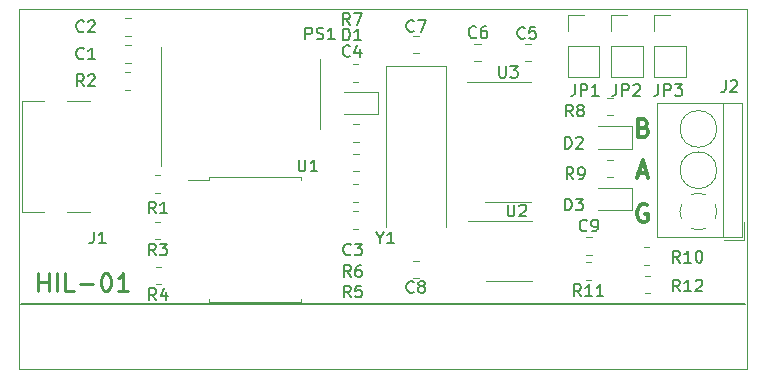
<source format=gbr>
%TF.GenerationSoftware,KiCad,Pcbnew,6.0.11-2627ca5db0~126~ubuntu20.04.1*%
%TF.CreationDate,2024-02-25T19:04:41-05:00*%
%TF.ProjectId,hil01,68696c30-312e-46b6-9963-61645f706362,rev?*%
%TF.SameCoordinates,Original*%
%TF.FileFunction,Legend,Top*%
%TF.FilePolarity,Positive*%
%FSLAX46Y46*%
G04 Gerber Fmt 4.6, Leading zero omitted, Abs format (unit mm)*
G04 Created by KiCad (PCBNEW 6.0.11-2627ca5db0~126~ubuntu20.04.1) date 2024-02-25 19:04:41*
%MOMM*%
%LPD*%
G01*
G04 APERTURE LIST*
%ADD10C,0.150000*%
%TA.AperFunction,Profile*%
%ADD11C,0.100000*%
%TD*%
%ADD12C,0.300000*%
%ADD13C,0.250000*%
%ADD14C,0.120000*%
G04 APERTURE END LIST*
D10*
X100150000Y-125000000D02*
X161480000Y-125000000D01*
D11*
X100000000Y-130500000D02*
X161680000Y-130500000D01*
X100000000Y-100000000D02*
X100000000Y-130500000D01*
X161680000Y-130500000D02*
X161680000Y-100000000D01*
X100000000Y-100000000D02*
X161680000Y-100000000D01*
D12*
X152449257Y-113838800D02*
X153163542Y-113838800D01*
X152306400Y-114267371D02*
X152806400Y-112767371D01*
X153306400Y-114267371D01*
D13*
X101660000Y-123868571D02*
X101660000Y-122368571D01*
X101660000Y-123082857D02*
X102517142Y-123082857D01*
X102517142Y-123868571D02*
X102517142Y-122368571D01*
X103231428Y-123868571D02*
X103231428Y-122368571D01*
X104660000Y-123868571D02*
X103945714Y-123868571D01*
X103945714Y-122368571D01*
X105160000Y-123297142D02*
X106302857Y-123297142D01*
X107302857Y-122368571D02*
X107445714Y-122368571D01*
X107588571Y-122440000D01*
X107660000Y-122511428D01*
X107731428Y-122654285D01*
X107802857Y-122940000D01*
X107802857Y-123297142D01*
X107731428Y-123582857D01*
X107660000Y-123725714D01*
X107588571Y-123797142D01*
X107445714Y-123868571D01*
X107302857Y-123868571D01*
X107160000Y-123797142D01*
X107088571Y-123725714D01*
X107017142Y-123582857D01*
X106945714Y-123297142D01*
X106945714Y-122940000D01*
X107017142Y-122654285D01*
X107088571Y-122511428D01*
X107160000Y-122440000D01*
X107302857Y-122368571D01*
X109231428Y-123868571D02*
X108374285Y-123868571D01*
X108802857Y-123868571D02*
X108802857Y-122368571D01*
X108660000Y-122582857D01*
X108517142Y-122725714D01*
X108374285Y-122797142D01*
D12*
X152913542Y-110027257D02*
X153127828Y-110098685D01*
X153199257Y-110170114D01*
X153270685Y-110312971D01*
X153270685Y-110527257D01*
X153199257Y-110670114D01*
X153127828Y-110741542D01*
X152984971Y-110812971D01*
X152413542Y-110812971D01*
X152413542Y-109312971D01*
X152913542Y-109312971D01*
X153056400Y-109384400D01*
X153127828Y-109455828D01*
X153199257Y-109598685D01*
X153199257Y-109741542D01*
X153127828Y-109884400D01*
X153056400Y-109955828D01*
X152913542Y-110027257D01*
X152413542Y-110027257D01*
X153199257Y-116598000D02*
X153056400Y-116526571D01*
X152842114Y-116526571D01*
X152627828Y-116598000D01*
X152484971Y-116740857D01*
X152413542Y-116883714D01*
X152342114Y-117169428D01*
X152342114Y-117383714D01*
X152413542Y-117669428D01*
X152484971Y-117812285D01*
X152627828Y-117955142D01*
X152842114Y-118026571D01*
X152984971Y-118026571D01*
X153199257Y-117955142D01*
X153270685Y-117883714D01*
X153270685Y-117383714D01*
X152984971Y-117383714D01*
D10*
%TO.C,R6*%
X128103333Y-122680380D02*
X127770000Y-122204190D01*
X127531904Y-122680380D02*
X127531904Y-121680380D01*
X127912857Y-121680380D01*
X128008095Y-121728000D01*
X128055714Y-121775619D01*
X128103333Y-121870857D01*
X128103333Y-122013714D01*
X128055714Y-122108952D01*
X128008095Y-122156571D01*
X127912857Y-122204190D01*
X127531904Y-122204190D01*
X128960476Y-121680380D02*
X128770000Y-121680380D01*
X128674761Y-121728000D01*
X128627142Y-121775619D01*
X128531904Y-121918476D01*
X128484285Y-122108952D01*
X128484285Y-122489904D01*
X128531904Y-122585142D01*
X128579523Y-122632761D01*
X128674761Y-122680380D01*
X128865238Y-122680380D01*
X128960476Y-122632761D01*
X129008095Y-122585142D01*
X129055714Y-122489904D01*
X129055714Y-122251809D01*
X129008095Y-122156571D01*
X128960476Y-122108952D01*
X128865238Y-122061333D01*
X128674761Y-122061333D01*
X128579523Y-122108952D01*
X128531904Y-122156571D01*
X128484285Y-122251809D01*
%TO.C,R7*%
X128033333Y-101352380D02*
X127700000Y-100876190D01*
X127461904Y-101352380D02*
X127461904Y-100352380D01*
X127842857Y-100352380D01*
X127938095Y-100400000D01*
X127985714Y-100447619D01*
X128033333Y-100542857D01*
X128033333Y-100685714D01*
X127985714Y-100780952D01*
X127938095Y-100828571D01*
X127842857Y-100876190D01*
X127461904Y-100876190D01*
X128366666Y-100352380D02*
X129033333Y-100352380D01*
X128604761Y-101352380D01*
%TO.C,R5*%
X128103333Y-124404380D02*
X127770000Y-123928190D01*
X127531904Y-124404380D02*
X127531904Y-123404380D01*
X127912857Y-123404380D01*
X128008095Y-123452000D01*
X128055714Y-123499619D01*
X128103333Y-123594857D01*
X128103333Y-123737714D01*
X128055714Y-123832952D01*
X128008095Y-123880571D01*
X127912857Y-123928190D01*
X127531904Y-123928190D01*
X129008095Y-123404380D02*
X128531904Y-123404380D01*
X128484285Y-123880571D01*
X128531904Y-123832952D01*
X128627142Y-123785333D01*
X128865238Y-123785333D01*
X128960476Y-123832952D01*
X129008095Y-123880571D01*
X129055714Y-123975809D01*
X129055714Y-124213904D01*
X129008095Y-124309142D01*
X128960476Y-124356761D01*
X128865238Y-124404380D01*
X128627142Y-124404380D01*
X128531904Y-124356761D01*
X128484285Y-124309142D01*
%TO.C,C4*%
X128033333Y-103957142D02*
X127985714Y-104004761D01*
X127842857Y-104052380D01*
X127747619Y-104052380D01*
X127604761Y-104004761D01*
X127509523Y-103909523D01*
X127461904Y-103814285D01*
X127414285Y-103623809D01*
X127414285Y-103480952D01*
X127461904Y-103290476D01*
X127509523Y-103195238D01*
X127604761Y-103100000D01*
X127747619Y-103052380D01*
X127842857Y-103052380D01*
X127985714Y-103100000D01*
X128033333Y-103147619D01*
X128890476Y-103385714D02*
X128890476Y-104052380D01*
X128652380Y-103004761D02*
X128414285Y-103719047D01*
X129033333Y-103719047D01*
%TO.C,D2*%
X146226304Y-111806380D02*
X146226304Y-110806380D01*
X146464400Y-110806380D01*
X146607257Y-110854000D01*
X146702495Y-110949238D01*
X146750114Y-111044476D01*
X146797733Y-111234952D01*
X146797733Y-111377809D01*
X146750114Y-111568285D01*
X146702495Y-111663523D01*
X146607257Y-111758761D01*
X146464400Y-111806380D01*
X146226304Y-111806380D01*
X147178685Y-110901619D02*
X147226304Y-110854000D01*
X147321542Y-110806380D01*
X147559638Y-110806380D01*
X147654876Y-110854000D01*
X147702495Y-110901619D01*
X147750114Y-110996857D01*
X147750114Y-111092095D01*
X147702495Y-111234952D01*
X147131066Y-111806380D01*
X147750114Y-111806380D01*
%TO.C,Y1*%
X130587809Y-119356190D02*
X130587809Y-119832380D01*
X130254476Y-118832380D02*
X130587809Y-119356190D01*
X130921142Y-118832380D01*
X131778285Y-119832380D02*
X131206857Y-119832380D01*
X131492571Y-119832380D02*
X131492571Y-118832380D01*
X131397333Y-118975238D01*
X131302095Y-119070476D01*
X131206857Y-119118095D01*
%TO.C,R3*%
X111593333Y-120848380D02*
X111260000Y-120372190D01*
X111021904Y-120848380D02*
X111021904Y-119848380D01*
X111402857Y-119848380D01*
X111498095Y-119896000D01*
X111545714Y-119943619D01*
X111593333Y-120038857D01*
X111593333Y-120181714D01*
X111545714Y-120276952D01*
X111498095Y-120324571D01*
X111402857Y-120372190D01*
X111021904Y-120372190D01*
X111926666Y-119848380D02*
X112545714Y-119848380D01*
X112212380Y-120229333D01*
X112355238Y-120229333D01*
X112450476Y-120276952D01*
X112498095Y-120324571D01*
X112545714Y-120419809D01*
X112545714Y-120657904D01*
X112498095Y-120753142D01*
X112450476Y-120800761D01*
X112355238Y-120848380D01*
X112069523Y-120848380D01*
X111974285Y-120800761D01*
X111926666Y-120753142D01*
%TO.C,J2*%
X159839066Y-106030780D02*
X159839066Y-106745066D01*
X159791447Y-106887923D01*
X159696209Y-106983161D01*
X159553352Y-107030780D01*
X159458114Y-107030780D01*
X160267638Y-106126019D02*
X160315257Y-106078400D01*
X160410495Y-106030780D01*
X160648590Y-106030780D01*
X160743828Y-106078400D01*
X160791447Y-106126019D01*
X160839066Y-106221257D01*
X160839066Y-106316495D01*
X160791447Y-106459352D01*
X160220019Y-107030780D01*
X160839066Y-107030780D01*
%TO.C,R1*%
X111593333Y-117292380D02*
X111260000Y-116816190D01*
X111021904Y-117292380D02*
X111021904Y-116292380D01*
X111402857Y-116292380D01*
X111498095Y-116340000D01*
X111545714Y-116387619D01*
X111593333Y-116482857D01*
X111593333Y-116625714D01*
X111545714Y-116720952D01*
X111498095Y-116768571D01*
X111402857Y-116816190D01*
X111021904Y-116816190D01*
X112545714Y-117292380D02*
X111974285Y-117292380D01*
X112260000Y-117292380D02*
X112260000Y-116292380D01*
X112164761Y-116435238D01*
X112069523Y-116530476D01*
X111974285Y-116578095D01*
%TO.C,U1*%
X123698095Y-112736380D02*
X123698095Y-113545904D01*
X123745714Y-113641142D01*
X123793333Y-113688761D01*
X123888571Y-113736380D01*
X124079047Y-113736380D01*
X124174285Y-113688761D01*
X124221904Y-113641142D01*
X124269523Y-113545904D01*
X124269523Y-112736380D01*
X125269523Y-113736380D02*
X124698095Y-113736380D01*
X124983809Y-113736380D02*
X124983809Y-112736380D01*
X124888571Y-112879238D01*
X124793333Y-112974476D01*
X124698095Y-113022095D01*
%TO.C,C1*%
X105497333Y-104157142D02*
X105449714Y-104204761D01*
X105306857Y-104252380D01*
X105211619Y-104252380D01*
X105068761Y-104204761D01*
X104973523Y-104109523D01*
X104925904Y-104014285D01*
X104878285Y-103823809D01*
X104878285Y-103680952D01*
X104925904Y-103490476D01*
X104973523Y-103395238D01*
X105068761Y-103300000D01*
X105211619Y-103252380D01*
X105306857Y-103252380D01*
X105449714Y-103300000D01*
X105497333Y-103347619D01*
X106449714Y-104252380D02*
X105878285Y-104252380D01*
X106164000Y-104252380D02*
X106164000Y-103252380D01*
X106068761Y-103395238D01*
X105973523Y-103490476D01*
X105878285Y-103538095D01*
%TO.C,J1*%
X106346666Y-118832380D02*
X106346666Y-119546666D01*
X106299047Y-119689523D01*
X106203809Y-119784761D01*
X106060952Y-119832380D01*
X105965714Y-119832380D01*
X107346666Y-119832380D02*
X106775238Y-119832380D01*
X107060952Y-119832380D02*
X107060952Y-118832380D01*
X106965714Y-118975238D01*
X106870476Y-119070476D01*
X106775238Y-119118095D01*
%TO.C,C2*%
X105497333Y-101857142D02*
X105449714Y-101904761D01*
X105306857Y-101952380D01*
X105211619Y-101952380D01*
X105068761Y-101904761D01*
X104973523Y-101809523D01*
X104925904Y-101714285D01*
X104878285Y-101523809D01*
X104878285Y-101380952D01*
X104925904Y-101190476D01*
X104973523Y-101095238D01*
X105068761Y-101000000D01*
X105211619Y-100952380D01*
X105306857Y-100952380D01*
X105449714Y-101000000D01*
X105497333Y-101047619D01*
X105878285Y-101047619D02*
X105925904Y-101000000D01*
X106021142Y-100952380D01*
X106259238Y-100952380D01*
X106354476Y-101000000D01*
X106402095Y-101047619D01*
X106449714Y-101142857D01*
X106449714Y-101238095D01*
X106402095Y-101380952D01*
X105830666Y-101952380D01*
X106449714Y-101952380D01*
%TO.C,D1*%
X127461904Y-102652380D02*
X127461904Y-101652380D01*
X127700000Y-101652380D01*
X127842857Y-101700000D01*
X127938095Y-101795238D01*
X127985714Y-101890476D01*
X128033333Y-102080952D01*
X128033333Y-102223809D01*
X127985714Y-102414285D01*
X127938095Y-102509523D01*
X127842857Y-102604761D01*
X127700000Y-102652380D01*
X127461904Y-102652380D01*
X128985714Y-102652380D02*
X128414285Y-102652380D01*
X128700000Y-102652380D02*
X128700000Y-101652380D01*
X128604761Y-101795238D01*
X128509523Y-101890476D01*
X128414285Y-101938095D01*
%TO.C,R10*%
X155973542Y-121457980D02*
X155640209Y-120981790D01*
X155402114Y-121457980D02*
X155402114Y-120457980D01*
X155783066Y-120457980D01*
X155878304Y-120505600D01*
X155925923Y-120553219D01*
X155973542Y-120648457D01*
X155973542Y-120791314D01*
X155925923Y-120886552D01*
X155878304Y-120934171D01*
X155783066Y-120981790D01*
X155402114Y-120981790D01*
X156925923Y-121457980D02*
X156354495Y-121457980D01*
X156640209Y-121457980D02*
X156640209Y-120457980D01*
X156544971Y-120600838D01*
X156449733Y-120696076D01*
X156354495Y-120743695D01*
X157544971Y-120457980D02*
X157640209Y-120457980D01*
X157735447Y-120505600D01*
X157783066Y-120553219D01*
X157830685Y-120648457D01*
X157878304Y-120838933D01*
X157878304Y-121077028D01*
X157830685Y-121267504D01*
X157783066Y-121362742D01*
X157735447Y-121410361D01*
X157640209Y-121457980D01*
X157544971Y-121457980D01*
X157449733Y-121410361D01*
X157402114Y-121362742D01*
X157354495Y-121267504D01*
X157306876Y-121077028D01*
X157306876Y-120838933D01*
X157354495Y-120648457D01*
X157402114Y-120553219D01*
X157449733Y-120505600D01*
X157544971Y-120457980D01*
%TO.C,C5*%
X142835333Y-102414342D02*
X142787714Y-102461961D01*
X142644857Y-102509580D01*
X142549619Y-102509580D01*
X142406761Y-102461961D01*
X142311523Y-102366723D01*
X142263904Y-102271485D01*
X142216285Y-102081009D01*
X142216285Y-101938152D01*
X142263904Y-101747676D01*
X142311523Y-101652438D01*
X142406761Y-101557200D01*
X142549619Y-101509580D01*
X142644857Y-101509580D01*
X142787714Y-101557200D01*
X142835333Y-101604819D01*
X143740095Y-101509580D02*
X143263904Y-101509580D01*
X143216285Y-101985771D01*
X143263904Y-101938152D01*
X143359142Y-101890533D01*
X143597238Y-101890533D01*
X143692476Y-101938152D01*
X143740095Y-101985771D01*
X143787714Y-102081009D01*
X143787714Y-102319104D01*
X143740095Y-102414342D01*
X143692476Y-102461961D01*
X143597238Y-102509580D01*
X143359142Y-102509580D01*
X143263904Y-102461961D01*
X143216285Y-102414342D01*
%TO.C,U3*%
X140665295Y-104804380D02*
X140665295Y-105613904D01*
X140712914Y-105709142D01*
X140760533Y-105756761D01*
X140855771Y-105804380D01*
X141046247Y-105804380D01*
X141141485Y-105756761D01*
X141189104Y-105709142D01*
X141236723Y-105613904D01*
X141236723Y-104804380D01*
X141617676Y-104804380D02*
X142236723Y-104804380D01*
X141903390Y-105185333D01*
X142046247Y-105185333D01*
X142141485Y-105232952D01*
X142189104Y-105280571D01*
X142236723Y-105375809D01*
X142236723Y-105613904D01*
X142189104Y-105709142D01*
X142141485Y-105756761D01*
X142046247Y-105804380D01*
X141760533Y-105804380D01*
X141665295Y-105756761D01*
X141617676Y-105709142D01*
%TO.C,R2*%
X105497333Y-106524380D02*
X105164000Y-106048190D01*
X104925904Y-106524380D02*
X104925904Y-105524380D01*
X105306857Y-105524380D01*
X105402095Y-105572000D01*
X105449714Y-105619619D01*
X105497333Y-105714857D01*
X105497333Y-105857714D01*
X105449714Y-105952952D01*
X105402095Y-106000571D01*
X105306857Y-106048190D01*
X104925904Y-106048190D01*
X105878285Y-105619619D02*
X105925904Y-105572000D01*
X106021142Y-105524380D01*
X106259238Y-105524380D01*
X106354476Y-105572000D01*
X106402095Y-105619619D01*
X106449714Y-105714857D01*
X106449714Y-105810095D01*
X106402095Y-105952952D01*
X105830666Y-106524380D01*
X106449714Y-106524380D01*
%TO.C,R12*%
X155973542Y-123896380D02*
X155640209Y-123420190D01*
X155402114Y-123896380D02*
X155402114Y-122896380D01*
X155783066Y-122896380D01*
X155878304Y-122944000D01*
X155925923Y-122991619D01*
X155973542Y-123086857D01*
X155973542Y-123229714D01*
X155925923Y-123324952D01*
X155878304Y-123372571D01*
X155783066Y-123420190D01*
X155402114Y-123420190D01*
X156925923Y-123896380D02*
X156354495Y-123896380D01*
X156640209Y-123896380D02*
X156640209Y-122896380D01*
X156544971Y-123039238D01*
X156449733Y-123134476D01*
X156354495Y-123182095D01*
X157306876Y-122991619D02*
X157354495Y-122944000D01*
X157449733Y-122896380D01*
X157687828Y-122896380D01*
X157783066Y-122944000D01*
X157830685Y-122991619D01*
X157878304Y-123086857D01*
X157878304Y-123182095D01*
X157830685Y-123324952D01*
X157259257Y-123896380D01*
X157878304Y-123896380D01*
%TO.C,JP1*%
X147096266Y-106335580D02*
X147096266Y-107049866D01*
X147048647Y-107192723D01*
X146953409Y-107287961D01*
X146810552Y-107335580D01*
X146715314Y-107335580D01*
X147572457Y-107335580D02*
X147572457Y-106335580D01*
X147953409Y-106335580D01*
X148048647Y-106383200D01*
X148096266Y-106430819D01*
X148143885Y-106526057D01*
X148143885Y-106668914D01*
X148096266Y-106764152D01*
X148048647Y-106811771D01*
X147953409Y-106859390D01*
X147572457Y-106859390D01*
X149096266Y-107335580D02*
X148524838Y-107335580D01*
X148810552Y-107335580D02*
X148810552Y-106335580D01*
X148715314Y-106478438D01*
X148620076Y-106573676D01*
X148524838Y-106621295D01*
%TO.C,JP2*%
X150601466Y-106335580D02*
X150601466Y-107049866D01*
X150553847Y-107192723D01*
X150458609Y-107287961D01*
X150315752Y-107335580D01*
X150220514Y-107335580D01*
X151077657Y-107335580D02*
X151077657Y-106335580D01*
X151458609Y-106335580D01*
X151553847Y-106383200D01*
X151601466Y-106430819D01*
X151649085Y-106526057D01*
X151649085Y-106668914D01*
X151601466Y-106764152D01*
X151553847Y-106811771D01*
X151458609Y-106859390D01*
X151077657Y-106859390D01*
X152030038Y-106430819D02*
X152077657Y-106383200D01*
X152172895Y-106335580D01*
X152410990Y-106335580D01*
X152506228Y-106383200D01*
X152553847Y-106430819D01*
X152601466Y-106526057D01*
X152601466Y-106621295D01*
X152553847Y-106764152D01*
X151982419Y-107335580D01*
X152601466Y-107335580D01*
%TO.C,C3*%
X128103333Y-120753142D02*
X128055714Y-120800761D01*
X127912857Y-120848380D01*
X127817619Y-120848380D01*
X127674761Y-120800761D01*
X127579523Y-120705523D01*
X127531904Y-120610285D01*
X127484285Y-120419809D01*
X127484285Y-120276952D01*
X127531904Y-120086476D01*
X127579523Y-119991238D01*
X127674761Y-119896000D01*
X127817619Y-119848380D01*
X127912857Y-119848380D01*
X128055714Y-119896000D01*
X128103333Y-119943619D01*
X128436666Y-119848380D02*
X129055714Y-119848380D01*
X128722380Y-120229333D01*
X128865238Y-120229333D01*
X128960476Y-120276952D01*
X129008095Y-120324571D01*
X129055714Y-120419809D01*
X129055714Y-120657904D01*
X129008095Y-120753142D01*
X128960476Y-120800761D01*
X128865238Y-120848380D01*
X128579523Y-120848380D01*
X128484285Y-120800761D01*
X128436666Y-120753142D01*
%TO.C,C8*%
X133437333Y-123918142D02*
X133389714Y-123965761D01*
X133246857Y-124013380D01*
X133151619Y-124013380D01*
X133008761Y-123965761D01*
X132913523Y-123870523D01*
X132865904Y-123775285D01*
X132818285Y-123584809D01*
X132818285Y-123441952D01*
X132865904Y-123251476D01*
X132913523Y-123156238D01*
X133008761Y-123061000D01*
X133151619Y-123013380D01*
X133246857Y-123013380D01*
X133389714Y-123061000D01*
X133437333Y-123108619D01*
X134008761Y-123441952D02*
X133913523Y-123394333D01*
X133865904Y-123346714D01*
X133818285Y-123251476D01*
X133818285Y-123203857D01*
X133865904Y-123108619D01*
X133913523Y-123061000D01*
X134008761Y-123013380D01*
X134199238Y-123013380D01*
X134294476Y-123061000D01*
X134342095Y-123108619D01*
X134389714Y-123203857D01*
X134389714Y-123251476D01*
X134342095Y-123346714D01*
X134294476Y-123394333D01*
X134199238Y-123441952D01*
X134008761Y-123441952D01*
X133913523Y-123489571D01*
X133865904Y-123537190D01*
X133818285Y-123632428D01*
X133818285Y-123822904D01*
X133865904Y-123918142D01*
X133913523Y-123965761D01*
X134008761Y-124013380D01*
X134199238Y-124013380D01*
X134294476Y-123965761D01*
X134342095Y-123918142D01*
X134389714Y-123822904D01*
X134389714Y-123632428D01*
X134342095Y-123537190D01*
X134294476Y-123489571D01*
X134199238Y-123441952D01*
%TO.C,R4*%
X111633333Y-124647380D02*
X111300000Y-124171190D01*
X111061904Y-124647380D02*
X111061904Y-123647380D01*
X111442857Y-123647380D01*
X111538095Y-123695000D01*
X111585714Y-123742619D01*
X111633333Y-123837857D01*
X111633333Y-123980714D01*
X111585714Y-124075952D01*
X111538095Y-124123571D01*
X111442857Y-124171190D01*
X111061904Y-124171190D01*
X112490476Y-123980714D02*
X112490476Y-124647380D01*
X112252380Y-123599761D02*
X112014285Y-124314047D01*
X112633333Y-124314047D01*
%TO.C,C7*%
X133437333Y-101840142D02*
X133389714Y-101887761D01*
X133246857Y-101935380D01*
X133151619Y-101935380D01*
X133008761Y-101887761D01*
X132913523Y-101792523D01*
X132865904Y-101697285D01*
X132818285Y-101506809D01*
X132818285Y-101363952D01*
X132865904Y-101173476D01*
X132913523Y-101078238D01*
X133008761Y-100983000D01*
X133151619Y-100935380D01*
X133246857Y-100935380D01*
X133389714Y-100983000D01*
X133437333Y-101030619D01*
X133770666Y-100935380D02*
X134437333Y-100935380D01*
X134008761Y-101935380D01*
%TO.C,PS1*%
X124261714Y-102560380D02*
X124261714Y-101560380D01*
X124642666Y-101560380D01*
X124737904Y-101608000D01*
X124785523Y-101655619D01*
X124833142Y-101750857D01*
X124833142Y-101893714D01*
X124785523Y-101988952D01*
X124737904Y-102036571D01*
X124642666Y-102084190D01*
X124261714Y-102084190D01*
X125214095Y-102512761D02*
X125356952Y-102560380D01*
X125595047Y-102560380D01*
X125690285Y-102512761D01*
X125737904Y-102465142D01*
X125785523Y-102369904D01*
X125785523Y-102274666D01*
X125737904Y-102179428D01*
X125690285Y-102131809D01*
X125595047Y-102084190D01*
X125404571Y-102036571D01*
X125309333Y-101988952D01*
X125261714Y-101941333D01*
X125214095Y-101846095D01*
X125214095Y-101750857D01*
X125261714Y-101655619D01*
X125309333Y-101608000D01*
X125404571Y-101560380D01*
X125642666Y-101560380D01*
X125785523Y-101608000D01*
X126737904Y-102560380D02*
X126166476Y-102560380D01*
X126452190Y-102560380D02*
X126452190Y-101560380D01*
X126356952Y-101703238D01*
X126261714Y-101798476D01*
X126166476Y-101846095D01*
%TO.C,R11*%
X147591542Y-124302780D02*
X147258209Y-123826590D01*
X147020114Y-124302780D02*
X147020114Y-123302780D01*
X147401066Y-123302780D01*
X147496304Y-123350400D01*
X147543923Y-123398019D01*
X147591542Y-123493257D01*
X147591542Y-123636114D01*
X147543923Y-123731352D01*
X147496304Y-123778971D01*
X147401066Y-123826590D01*
X147020114Y-123826590D01*
X148543923Y-124302780D02*
X147972495Y-124302780D01*
X148258209Y-124302780D02*
X148258209Y-123302780D01*
X148162971Y-123445638D01*
X148067733Y-123540876D01*
X147972495Y-123588495D01*
X149496304Y-124302780D02*
X148924876Y-124302780D01*
X149210590Y-124302780D02*
X149210590Y-123302780D01*
X149115352Y-123445638D01*
X149020114Y-123540876D01*
X148924876Y-123588495D01*
%TO.C,R9*%
X146950133Y-114397180D02*
X146616800Y-113920990D01*
X146378704Y-114397180D02*
X146378704Y-113397180D01*
X146759657Y-113397180D01*
X146854895Y-113444800D01*
X146902514Y-113492419D01*
X146950133Y-113587657D01*
X146950133Y-113730514D01*
X146902514Y-113825752D01*
X146854895Y-113873371D01*
X146759657Y-113920990D01*
X146378704Y-113920990D01*
X147426323Y-114397180D02*
X147616800Y-114397180D01*
X147712038Y-114349561D01*
X147759657Y-114301942D01*
X147854895Y-114159085D01*
X147902514Y-113968609D01*
X147902514Y-113587657D01*
X147854895Y-113492419D01*
X147807276Y-113444800D01*
X147712038Y-113397180D01*
X147521561Y-113397180D01*
X147426323Y-113444800D01*
X147378704Y-113492419D01*
X147331085Y-113587657D01*
X147331085Y-113825752D01*
X147378704Y-113920990D01*
X147426323Y-113968609D01*
X147521561Y-114016228D01*
X147712038Y-114016228D01*
X147807276Y-113968609D01*
X147854895Y-113920990D01*
X147902514Y-113825752D01*
%TO.C,C6*%
X138720533Y-102363542D02*
X138672914Y-102411161D01*
X138530057Y-102458780D01*
X138434819Y-102458780D01*
X138291961Y-102411161D01*
X138196723Y-102315923D01*
X138149104Y-102220685D01*
X138101485Y-102030209D01*
X138101485Y-101887352D01*
X138149104Y-101696876D01*
X138196723Y-101601638D01*
X138291961Y-101506400D01*
X138434819Y-101458780D01*
X138530057Y-101458780D01*
X138672914Y-101506400D01*
X138720533Y-101554019D01*
X139577676Y-101458780D02*
X139387200Y-101458780D01*
X139291961Y-101506400D01*
X139244342Y-101554019D01*
X139149104Y-101696876D01*
X139101485Y-101887352D01*
X139101485Y-102268304D01*
X139149104Y-102363542D01*
X139196723Y-102411161D01*
X139291961Y-102458780D01*
X139482438Y-102458780D01*
X139577676Y-102411161D01*
X139625295Y-102363542D01*
X139672914Y-102268304D01*
X139672914Y-102030209D01*
X139625295Y-101934971D01*
X139577676Y-101887352D01*
X139482438Y-101839733D01*
X139291961Y-101839733D01*
X139196723Y-101887352D01*
X139149104Y-101934971D01*
X139101485Y-102030209D01*
%TO.C,R8*%
X146899333Y-109089180D02*
X146566000Y-108612990D01*
X146327904Y-109089180D02*
X146327904Y-108089180D01*
X146708857Y-108089180D01*
X146804095Y-108136800D01*
X146851714Y-108184419D01*
X146899333Y-108279657D01*
X146899333Y-108422514D01*
X146851714Y-108517752D01*
X146804095Y-108565371D01*
X146708857Y-108612990D01*
X146327904Y-108612990D01*
X147470761Y-108517752D02*
X147375523Y-108470133D01*
X147327904Y-108422514D01*
X147280285Y-108327276D01*
X147280285Y-108279657D01*
X147327904Y-108184419D01*
X147375523Y-108136800D01*
X147470761Y-108089180D01*
X147661238Y-108089180D01*
X147756476Y-108136800D01*
X147804095Y-108184419D01*
X147851714Y-108279657D01*
X147851714Y-108327276D01*
X147804095Y-108422514D01*
X147756476Y-108470133D01*
X147661238Y-108517752D01*
X147470761Y-108517752D01*
X147375523Y-108565371D01*
X147327904Y-108612990D01*
X147280285Y-108708228D01*
X147280285Y-108898704D01*
X147327904Y-108993942D01*
X147375523Y-109041561D01*
X147470761Y-109089180D01*
X147661238Y-109089180D01*
X147756476Y-109041561D01*
X147804095Y-108993942D01*
X147851714Y-108898704D01*
X147851714Y-108708228D01*
X147804095Y-108612990D01*
X147756476Y-108565371D01*
X147661238Y-108517752D01*
%TO.C,C9*%
X148089233Y-118717542D02*
X148041614Y-118765161D01*
X147898757Y-118812780D01*
X147803519Y-118812780D01*
X147660661Y-118765161D01*
X147565423Y-118669923D01*
X147517804Y-118574685D01*
X147470185Y-118384209D01*
X147470185Y-118241352D01*
X147517804Y-118050876D01*
X147565423Y-117955638D01*
X147660661Y-117860400D01*
X147803519Y-117812780D01*
X147898757Y-117812780D01*
X148041614Y-117860400D01*
X148089233Y-117908019D01*
X148565423Y-118812780D02*
X148755900Y-118812780D01*
X148851138Y-118765161D01*
X148898757Y-118717542D01*
X148993995Y-118574685D01*
X149041614Y-118384209D01*
X149041614Y-118003257D01*
X148993995Y-117908019D01*
X148946376Y-117860400D01*
X148851138Y-117812780D01*
X148660661Y-117812780D01*
X148565423Y-117860400D01*
X148517804Y-117908019D01*
X148470185Y-118003257D01*
X148470185Y-118241352D01*
X148517804Y-118336590D01*
X148565423Y-118384209D01*
X148660661Y-118431828D01*
X148851138Y-118431828D01*
X148946376Y-118384209D01*
X148993995Y-118336590D01*
X149041614Y-118241352D01*
%TO.C,D3*%
X146226304Y-117038780D02*
X146226304Y-116038780D01*
X146464400Y-116038780D01*
X146607257Y-116086400D01*
X146702495Y-116181638D01*
X146750114Y-116276876D01*
X146797733Y-116467352D01*
X146797733Y-116610209D01*
X146750114Y-116800685D01*
X146702495Y-116895923D01*
X146607257Y-116991161D01*
X146464400Y-117038780D01*
X146226304Y-117038780D01*
X147131066Y-116038780D02*
X147750114Y-116038780D01*
X147416780Y-116419733D01*
X147559638Y-116419733D01*
X147654876Y-116467352D01*
X147702495Y-116514971D01*
X147750114Y-116610209D01*
X147750114Y-116848304D01*
X147702495Y-116943542D01*
X147654876Y-116991161D01*
X147559638Y-117038780D01*
X147273923Y-117038780D01*
X147178685Y-116991161D01*
X147131066Y-116943542D01*
%TO.C,U2*%
X141376495Y-116546380D02*
X141376495Y-117355904D01*
X141424114Y-117451142D01*
X141471733Y-117498761D01*
X141566971Y-117546380D01*
X141757447Y-117546380D01*
X141852685Y-117498761D01*
X141900304Y-117451142D01*
X141947923Y-117355904D01*
X141947923Y-116546380D01*
X142376495Y-116641619D02*
X142424114Y-116594000D01*
X142519352Y-116546380D01*
X142757447Y-116546380D01*
X142852685Y-116594000D01*
X142900304Y-116641619D01*
X142947923Y-116736857D01*
X142947923Y-116832095D01*
X142900304Y-116974952D01*
X142328876Y-117546380D01*
X142947923Y-117546380D01*
%TO.C,JP3*%
X154157466Y-106335580D02*
X154157466Y-107049866D01*
X154109847Y-107192723D01*
X154014609Y-107287961D01*
X153871752Y-107335580D01*
X153776514Y-107335580D01*
X154633657Y-107335580D02*
X154633657Y-106335580D01*
X155014609Y-106335580D01*
X155109847Y-106383200D01*
X155157466Y-106430819D01*
X155205085Y-106526057D01*
X155205085Y-106668914D01*
X155157466Y-106764152D01*
X155109847Y-106811771D01*
X155014609Y-106859390D01*
X154633657Y-106859390D01*
X155538419Y-106335580D02*
X156157466Y-106335580D01*
X155824133Y-106716533D01*
X155966990Y-106716533D01*
X156062228Y-106764152D01*
X156109847Y-106811771D01*
X156157466Y-106907009D01*
X156157466Y-107145104D01*
X156109847Y-107240342D01*
X156062228Y-107287961D01*
X155966990Y-107335580D01*
X155681276Y-107335580D01*
X155586038Y-107287961D01*
X155538419Y-107240342D01*
D14*
%TO.C,R6*%
X128751064Y-116305000D02*
X128296936Y-116305000D01*
X128751064Y-114835000D02*
X128296936Y-114835000D01*
%TO.C,R7*%
X128735064Y-104675000D02*
X128280936Y-104675000D01*
X128735064Y-106145000D02*
X128280936Y-106145000D01*
%TO.C,R5*%
X128751064Y-118591000D02*
X128296936Y-118591000D01*
X128751064Y-117121000D02*
X128296936Y-117121000D01*
%TO.C,C4*%
X128262748Y-109755000D02*
X128785252Y-109755000D01*
X128262748Y-111225000D02*
X128785252Y-111225000D01*
%TO.C,D2*%
X151923200Y-109918000D02*
X149063200Y-109918000D01*
X151923200Y-111838000D02*
X151923200Y-109918000D01*
X149063200Y-111838000D02*
X151923200Y-111838000D01*
%TO.C,Y1*%
X131054000Y-104850000D02*
X131054000Y-118450000D01*
X136154000Y-104850000D02*
X131054000Y-104850000D01*
X136154000Y-118450000D02*
X136154000Y-104850000D01*
%TO.C,R3*%
X111987064Y-119490000D02*
X111532936Y-119490000D01*
X111987064Y-118020000D02*
X111532936Y-118020000D01*
%TO.C,J2*%
X159692400Y-119539600D02*
X161432400Y-119539600D01*
X154072400Y-107979600D02*
X161192400Y-107979600D01*
X161192400Y-119299600D02*
X161192400Y-107979600D01*
X154072400Y-119299600D02*
X161192400Y-119299600D01*
X161432400Y-119539600D02*
X161432400Y-118039600D01*
X154072400Y-119299600D02*
X154072400Y-107979600D01*
X159632400Y-119299600D02*
X159632400Y-107979600D01*
X158140400Y-115707600D02*
G75*
G03*
X156924658Y-115707491I-607999J-1432003D01*
G01*
X158964400Y-117747600D02*
G75*
G03*
X159087893Y-117112589I-1431988J607998D01*
G01*
X156100400Y-116531600D02*
G75*
G03*
X156100291Y-117747342I1432000J-608000D01*
G01*
X159087400Y-117139600D02*
G75*
G03*
X158963785Y-116532013I-1555000J0D01*
G01*
X156924400Y-118571600D02*
G75*
G03*
X158140142Y-118571709I608000J1432000D01*
G01*
X159087400Y-110139600D02*
G75*
G03*
X159087400Y-110139600I-1555000J0D01*
G01*
X159087400Y-113639600D02*
G75*
G03*
X159087400Y-113639600I-1555000J0D01*
G01*
%TO.C,R1*%
X111532936Y-115543000D02*
X111987064Y-115543000D01*
X111532936Y-114073000D02*
X111987064Y-114073000D01*
%TO.C,U1*%
X116140000Y-114495000D02*
X114325000Y-114495000D01*
X120000000Y-114240000D02*
X116140000Y-114240000D01*
X116140000Y-124760000D02*
X116140000Y-124505000D01*
X123860000Y-124760000D02*
X123860000Y-124505000D01*
X116140000Y-114240000D02*
X116140000Y-114495000D01*
X120000000Y-124760000D02*
X116140000Y-124760000D01*
X123860000Y-114240000D02*
X123860000Y-114495000D01*
X120000000Y-124760000D02*
X123860000Y-124760000D01*
X120000000Y-114240000D02*
X123860000Y-114240000D01*
%TO.C,C1*%
X109481252Y-104535000D02*
X108958748Y-104535000D01*
X109481252Y-103065000D02*
X108958748Y-103065000D01*
%TO.C,J1*%
X102140000Y-117200000D02*
X100240000Y-117200000D01*
X106040000Y-117200000D02*
X104040000Y-117200000D01*
X100240000Y-107800000D02*
X100240000Y-117200000D01*
X102140000Y-107800000D02*
X100240000Y-107800000D01*
X106040000Y-107800000D02*
X104040000Y-107800000D01*
%TO.C,C2*%
X109481252Y-102235000D02*
X108958748Y-102235000D01*
X109481252Y-100765000D02*
X108958748Y-100765000D01*
%TO.C,D1*%
X130368000Y-108910000D02*
X130368000Y-106990000D01*
X130368000Y-106990000D02*
X127508000Y-106990000D01*
X127508000Y-108910000D02*
X130368000Y-108910000D01*
%TO.C,R10*%
X152934936Y-121639000D02*
X153389064Y-121639000D01*
X152934936Y-120169000D02*
X153389064Y-120169000D01*
%TO.C,C5*%
X143364852Y-102947800D02*
X142842348Y-102947800D01*
X143364852Y-104417800D02*
X142842348Y-104417800D01*
%TO.C,U3*%
X141427200Y-106192000D02*
X143377200Y-106192000D01*
X141427200Y-106192000D02*
X137977200Y-106192000D01*
X141427200Y-116312000D02*
X139477200Y-116312000D01*
X141427200Y-116312000D02*
X143377200Y-116312000D01*
%TO.C,R2*%
X109447064Y-106807000D02*
X108992936Y-106807000D01*
X109447064Y-105337000D02*
X108992936Y-105337000D01*
%TO.C,R12*%
X152985736Y-122556600D02*
X153439864Y-122556600D01*
X152985736Y-124026600D02*
X153439864Y-124026600D01*
%TO.C,JP1*%
X146498000Y-101854000D02*
X146498000Y-100524000D01*
X146498000Y-103124000D02*
X146498000Y-105724000D01*
X146498000Y-105724000D02*
X149158000Y-105724000D01*
X146498000Y-100524000D02*
X147828000Y-100524000D01*
X149158000Y-103124000D02*
X149158000Y-105724000D01*
X146498000Y-103124000D02*
X149158000Y-103124000D01*
%TO.C,JP2*%
X150155600Y-101854000D02*
X150155600Y-100524000D01*
X150155600Y-103124000D02*
X150155600Y-105724000D01*
X150155600Y-103124000D02*
X152815600Y-103124000D01*
X150155600Y-100524000D02*
X151485600Y-100524000D01*
X150155600Y-105724000D02*
X152815600Y-105724000D01*
X152815600Y-103124000D02*
X152815600Y-105724000D01*
%TO.C,C3*%
X128262748Y-112275000D02*
X128785252Y-112275000D01*
X128262748Y-113745000D02*
X128785252Y-113745000D01*
%TO.C,C8*%
X133865252Y-121302000D02*
X133342748Y-121302000D01*
X133865252Y-122772000D02*
X133342748Y-122772000D01*
%TO.C,R4*%
X112027064Y-121810000D02*
X111572936Y-121810000D01*
X112027064Y-123280000D02*
X111572936Y-123280000D01*
%TO.C,C7*%
X133865252Y-103742000D02*
X133342748Y-103742000D01*
X133865252Y-102272000D02*
X133342748Y-102272000D01*
%TO.C,PS1*%
X125500000Y-110175000D02*
X125500000Y-104225000D01*
X112000000Y-113300000D02*
X112000000Y-103225000D01*
%TO.C,R11*%
X148007336Y-122909000D02*
X148461464Y-122909000D01*
X148007336Y-121439000D02*
X148461464Y-121439000D01*
%TO.C,R9*%
X149836136Y-112743000D02*
X150290264Y-112743000D01*
X149836136Y-114213000D02*
X150290264Y-114213000D01*
%TO.C,C6*%
X138575148Y-102947800D02*
X139097652Y-102947800D01*
X138575148Y-104417800D02*
X139097652Y-104417800D01*
%TO.C,R8*%
X150290264Y-108989800D02*
X149836136Y-108989800D01*
X150290264Y-107519800D02*
X149836136Y-107519800D01*
%TO.C,C9*%
X147994648Y-120775400D02*
X148517152Y-120775400D01*
X147994648Y-119305400D02*
X148517152Y-119305400D01*
%TO.C,D3*%
X149063200Y-117038000D02*
X151923200Y-117038000D01*
X151923200Y-115118000D02*
X149063200Y-115118000D01*
X151923200Y-117038000D02*
X151923200Y-115118000D01*
%TO.C,U2*%
X141478000Y-117937600D02*
X143428000Y-117937600D01*
X141478000Y-117937600D02*
X138028000Y-117937600D01*
X141478000Y-123057600D02*
X143428000Y-123057600D01*
X141478000Y-123057600D02*
X139528000Y-123057600D01*
%TO.C,JP3*%
X153813200Y-103124000D02*
X153813200Y-105724000D01*
X153813200Y-100524000D02*
X155143200Y-100524000D01*
X156473200Y-103124000D02*
X156473200Y-105724000D01*
X153813200Y-101854000D02*
X153813200Y-100524000D01*
X153813200Y-103124000D02*
X156473200Y-103124000D01*
X153813200Y-105724000D02*
X156473200Y-105724000D01*
%TD*%
M02*

</source>
